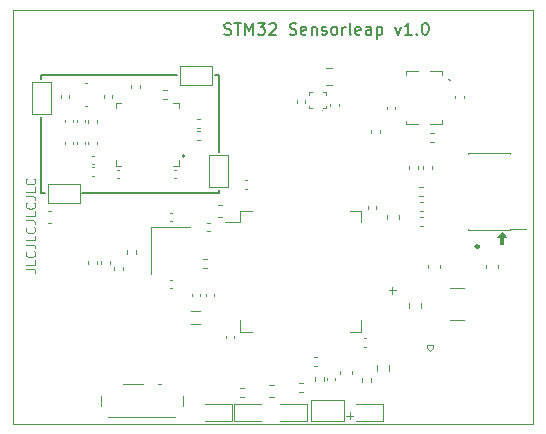
<source format=gbr>
%TF.GenerationSoftware,KiCad,Pcbnew,7.0.1*%
%TF.CreationDate,2024-02-15T14:19:22+01:00*%
%TF.ProjectId,stm32f405-sensorleap-v1,73746d33-3266-4343-9035-2d73656e736f,rev?*%
%TF.SameCoordinates,Original*%
%TF.FileFunction,Legend,Top*%
%TF.FilePolarity,Positive*%
%FSLAX46Y46*%
G04 Gerber Fmt 4.6, Leading zero omitted, Abs format (unit mm)*
G04 Created by KiCad (PCBNEW 7.0.1) date 2024-02-15 14:19:22*
%MOMM*%
%LPD*%
G01*
G04 APERTURE LIST*
%ADD10C,0.100000*%
%ADD11C,0.150000*%
%ADD12C,0.010000*%
%ADD13C,0.120000*%
%ADD14C,0.050000*%
%ADD15C,0.250000*%
G04 APERTURE END LIST*
D10*
X141763940Y-119173529D02*
X141463940Y-119173529D01*
X141463940Y-119773529D01*
X141263940Y-119773529D01*
X141263940Y-119173529D01*
X140963940Y-119173529D01*
X141363940Y-118773529D01*
X141763940Y-119173529D01*
G36*
X141763940Y-119173529D02*
G01*
X141463940Y-119173529D01*
X141463940Y-119773529D01*
X141263940Y-119773529D01*
X141263940Y-119173529D01*
X140963940Y-119173529D01*
X141363940Y-118773529D01*
X141763940Y-119173529D01*
G37*
D11*
X114495711Y-112327819D02*
G75*
G03*
X114495711Y-112327819I-70711J0D01*
G01*
X117400000Y-112003529D02*
X117400000Y-105503529D01*
D12*
X100000000Y-100000000D02*
X144000000Y-100000000D01*
X144000000Y-135000000D01*
X100000000Y-135000000D01*
X100000000Y-100000000D01*
D11*
X102400000Y-115503529D02*
X102700000Y-115503529D01*
X102400000Y-105503529D02*
X102400000Y-105803529D01*
X102400000Y-105503529D02*
X113900000Y-105503529D01*
X117400000Y-115503529D02*
X117400000Y-115203529D01*
X117400000Y-105503529D02*
X117100000Y-105503529D01*
X117400000Y-115503529D02*
X105800000Y-115503529D01*
X102400000Y-115473529D02*
X102400000Y-109003529D01*
D10*
X131809178Y-123701362D02*
X132418702Y-123701362D01*
X132113940Y-124006124D02*
X132113940Y-123396600D01*
X101084035Y-121912767D02*
X101655463Y-121912767D01*
X101655463Y-121912767D02*
X101769749Y-121950862D01*
X101769749Y-121950862D02*
X101845940Y-122027053D01*
X101845940Y-122027053D02*
X101884035Y-122141338D01*
X101884035Y-122141338D02*
X101884035Y-122217529D01*
X101884035Y-121150862D02*
X101884035Y-121531814D01*
X101884035Y-121531814D02*
X101084035Y-121531814D01*
X101807844Y-120427052D02*
X101845940Y-120465148D01*
X101845940Y-120465148D02*
X101884035Y-120579433D01*
X101884035Y-120579433D02*
X101884035Y-120655624D01*
X101884035Y-120655624D02*
X101845940Y-120769910D01*
X101845940Y-120769910D02*
X101769749Y-120846100D01*
X101769749Y-120846100D02*
X101693559Y-120884195D01*
X101693559Y-120884195D02*
X101541178Y-120922291D01*
X101541178Y-120922291D02*
X101426892Y-120922291D01*
X101426892Y-120922291D02*
X101274511Y-120884195D01*
X101274511Y-120884195D02*
X101198320Y-120846100D01*
X101198320Y-120846100D02*
X101122130Y-120769910D01*
X101122130Y-120769910D02*
X101084035Y-120655624D01*
X101084035Y-120655624D02*
X101084035Y-120579433D01*
X101084035Y-120579433D02*
X101122130Y-120465148D01*
X101122130Y-120465148D02*
X101160225Y-120427052D01*
X101084035Y-119855624D02*
X101655463Y-119855624D01*
X101655463Y-119855624D02*
X101769749Y-119893719D01*
X101769749Y-119893719D02*
X101845940Y-119969910D01*
X101845940Y-119969910D02*
X101884035Y-120084195D01*
X101884035Y-120084195D02*
X101884035Y-120160386D01*
X101884035Y-119093719D02*
X101884035Y-119474671D01*
X101884035Y-119474671D02*
X101084035Y-119474671D01*
X101807844Y-118369909D02*
X101845940Y-118408005D01*
X101845940Y-118408005D02*
X101884035Y-118522290D01*
X101884035Y-118522290D02*
X101884035Y-118598481D01*
X101884035Y-118598481D02*
X101845940Y-118712767D01*
X101845940Y-118712767D02*
X101769749Y-118788957D01*
X101769749Y-118788957D02*
X101693559Y-118827052D01*
X101693559Y-118827052D02*
X101541178Y-118865148D01*
X101541178Y-118865148D02*
X101426892Y-118865148D01*
X101426892Y-118865148D02*
X101274511Y-118827052D01*
X101274511Y-118827052D02*
X101198320Y-118788957D01*
X101198320Y-118788957D02*
X101122130Y-118712767D01*
X101122130Y-118712767D02*
X101084035Y-118598481D01*
X101084035Y-118598481D02*
X101084035Y-118522290D01*
X101084035Y-118522290D02*
X101122130Y-118408005D01*
X101122130Y-118408005D02*
X101160225Y-118369909D01*
X101084035Y-117798481D02*
X101655463Y-117798481D01*
X101655463Y-117798481D02*
X101769749Y-117836576D01*
X101769749Y-117836576D02*
X101845940Y-117912767D01*
X101845940Y-117912767D02*
X101884035Y-118027052D01*
X101884035Y-118027052D02*
X101884035Y-118103243D01*
X101884035Y-117036576D02*
X101884035Y-117417528D01*
X101884035Y-117417528D02*
X101084035Y-117417528D01*
X101807844Y-116312766D02*
X101845940Y-116350862D01*
X101845940Y-116350862D02*
X101884035Y-116465147D01*
X101884035Y-116465147D02*
X101884035Y-116541338D01*
X101884035Y-116541338D02*
X101845940Y-116655624D01*
X101845940Y-116655624D02*
X101769749Y-116731814D01*
X101769749Y-116731814D02*
X101693559Y-116769909D01*
X101693559Y-116769909D02*
X101541178Y-116808005D01*
X101541178Y-116808005D02*
X101426892Y-116808005D01*
X101426892Y-116808005D02*
X101274511Y-116769909D01*
X101274511Y-116769909D02*
X101198320Y-116731814D01*
X101198320Y-116731814D02*
X101122130Y-116655624D01*
X101122130Y-116655624D02*
X101084035Y-116541338D01*
X101084035Y-116541338D02*
X101084035Y-116465147D01*
X101084035Y-116465147D02*
X101122130Y-116350862D01*
X101122130Y-116350862D02*
X101160225Y-116312766D01*
X101084035Y-115741338D02*
X101655463Y-115741338D01*
X101655463Y-115741338D02*
X101769749Y-115779433D01*
X101769749Y-115779433D02*
X101845940Y-115855624D01*
X101845940Y-115855624D02*
X101884035Y-115969909D01*
X101884035Y-115969909D02*
X101884035Y-116046100D01*
X101884035Y-114979433D02*
X101884035Y-115360385D01*
X101884035Y-115360385D02*
X101084035Y-115360385D01*
X101807844Y-114255623D02*
X101845940Y-114293719D01*
X101845940Y-114293719D02*
X101884035Y-114408004D01*
X101884035Y-114408004D02*
X101884035Y-114484195D01*
X101884035Y-114484195D02*
X101845940Y-114598481D01*
X101845940Y-114598481D02*
X101769749Y-114674671D01*
X101769749Y-114674671D02*
X101693559Y-114712766D01*
X101693559Y-114712766D02*
X101541178Y-114750862D01*
X101541178Y-114750862D02*
X101426892Y-114750862D01*
X101426892Y-114750862D02*
X101274511Y-114712766D01*
X101274511Y-114712766D02*
X101198320Y-114674671D01*
X101198320Y-114674671D02*
X101122130Y-114598481D01*
X101122130Y-114598481D02*
X101084035Y-114484195D01*
X101084035Y-114484195D02*
X101084035Y-114408004D01*
X101084035Y-114408004D02*
X101122130Y-114293719D01*
X101122130Y-114293719D02*
X101160225Y-114255623D01*
D11*
X117890476Y-102030000D02*
X118033333Y-102077619D01*
X118033333Y-102077619D02*
X118271428Y-102077619D01*
X118271428Y-102077619D02*
X118366666Y-102030000D01*
X118366666Y-102030000D02*
X118414285Y-101982380D01*
X118414285Y-101982380D02*
X118461904Y-101887142D01*
X118461904Y-101887142D02*
X118461904Y-101791904D01*
X118461904Y-101791904D02*
X118414285Y-101696666D01*
X118414285Y-101696666D02*
X118366666Y-101649047D01*
X118366666Y-101649047D02*
X118271428Y-101601428D01*
X118271428Y-101601428D02*
X118080952Y-101553809D01*
X118080952Y-101553809D02*
X117985714Y-101506190D01*
X117985714Y-101506190D02*
X117938095Y-101458571D01*
X117938095Y-101458571D02*
X117890476Y-101363333D01*
X117890476Y-101363333D02*
X117890476Y-101268095D01*
X117890476Y-101268095D02*
X117938095Y-101172857D01*
X117938095Y-101172857D02*
X117985714Y-101125238D01*
X117985714Y-101125238D02*
X118080952Y-101077619D01*
X118080952Y-101077619D02*
X118319047Y-101077619D01*
X118319047Y-101077619D02*
X118461904Y-101125238D01*
X118747619Y-101077619D02*
X119319047Y-101077619D01*
X119033333Y-102077619D02*
X119033333Y-101077619D01*
X119652381Y-102077619D02*
X119652381Y-101077619D01*
X119652381Y-101077619D02*
X119985714Y-101791904D01*
X119985714Y-101791904D02*
X120319047Y-101077619D01*
X120319047Y-101077619D02*
X120319047Y-102077619D01*
X120700000Y-101077619D02*
X121319047Y-101077619D01*
X121319047Y-101077619D02*
X120985714Y-101458571D01*
X120985714Y-101458571D02*
X121128571Y-101458571D01*
X121128571Y-101458571D02*
X121223809Y-101506190D01*
X121223809Y-101506190D02*
X121271428Y-101553809D01*
X121271428Y-101553809D02*
X121319047Y-101649047D01*
X121319047Y-101649047D02*
X121319047Y-101887142D01*
X121319047Y-101887142D02*
X121271428Y-101982380D01*
X121271428Y-101982380D02*
X121223809Y-102030000D01*
X121223809Y-102030000D02*
X121128571Y-102077619D01*
X121128571Y-102077619D02*
X120842857Y-102077619D01*
X120842857Y-102077619D02*
X120747619Y-102030000D01*
X120747619Y-102030000D02*
X120700000Y-101982380D01*
X121700000Y-101172857D02*
X121747619Y-101125238D01*
X121747619Y-101125238D02*
X121842857Y-101077619D01*
X121842857Y-101077619D02*
X122080952Y-101077619D01*
X122080952Y-101077619D02*
X122176190Y-101125238D01*
X122176190Y-101125238D02*
X122223809Y-101172857D01*
X122223809Y-101172857D02*
X122271428Y-101268095D01*
X122271428Y-101268095D02*
X122271428Y-101363333D01*
X122271428Y-101363333D02*
X122223809Y-101506190D01*
X122223809Y-101506190D02*
X121652381Y-102077619D01*
X121652381Y-102077619D02*
X122271428Y-102077619D01*
X123414286Y-102030000D02*
X123557143Y-102077619D01*
X123557143Y-102077619D02*
X123795238Y-102077619D01*
X123795238Y-102077619D02*
X123890476Y-102030000D01*
X123890476Y-102030000D02*
X123938095Y-101982380D01*
X123938095Y-101982380D02*
X123985714Y-101887142D01*
X123985714Y-101887142D02*
X123985714Y-101791904D01*
X123985714Y-101791904D02*
X123938095Y-101696666D01*
X123938095Y-101696666D02*
X123890476Y-101649047D01*
X123890476Y-101649047D02*
X123795238Y-101601428D01*
X123795238Y-101601428D02*
X123604762Y-101553809D01*
X123604762Y-101553809D02*
X123509524Y-101506190D01*
X123509524Y-101506190D02*
X123461905Y-101458571D01*
X123461905Y-101458571D02*
X123414286Y-101363333D01*
X123414286Y-101363333D02*
X123414286Y-101268095D01*
X123414286Y-101268095D02*
X123461905Y-101172857D01*
X123461905Y-101172857D02*
X123509524Y-101125238D01*
X123509524Y-101125238D02*
X123604762Y-101077619D01*
X123604762Y-101077619D02*
X123842857Y-101077619D01*
X123842857Y-101077619D02*
X123985714Y-101125238D01*
X124795238Y-102030000D02*
X124700000Y-102077619D01*
X124700000Y-102077619D02*
X124509524Y-102077619D01*
X124509524Y-102077619D02*
X124414286Y-102030000D01*
X124414286Y-102030000D02*
X124366667Y-101934761D01*
X124366667Y-101934761D02*
X124366667Y-101553809D01*
X124366667Y-101553809D02*
X124414286Y-101458571D01*
X124414286Y-101458571D02*
X124509524Y-101410952D01*
X124509524Y-101410952D02*
X124700000Y-101410952D01*
X124700000Y-101410952D02*
X124795238Y-101458571D01*
X124795238Y-101458571D02*
X124842857Y-101553809D01*
X124842857Y-101553809D02*
X124842857Y-101649047D01*
X124842857Y-101649047D02*
X124366667Y-101744285D01*
X125271429Y-101410952D02*
X125271429Y-102077619D01*
X125271429Y-101506190D02*
X125319048Y-101458571D01*
X125319048Y-101458571D02*
X125414286Y-101410952D01*
X125414286Y-101410952D02*
X125557143Y-101410952D01*
X125557143Y-101410952D02*
X125652381Y-101458571D01*
X125652381Y-101458571D02*
X125700000Y-101553809D01*
X125700000Y-101553809D02*
X125700000Y-102077619D01*
X126128572Y-102030000D02*
X126223810Y-102077619D01*
X126223810Y-102077619D02*
X126414286Y-102077619D01*
X126414286Y-102077619D02*
X126509524Y-102030000D01*
X126509524Y-102030000D02*
X126557143Y-101934761D01*
X126557143Y-101934761D02*
X126557143Y-101887142D01*
X126557143Y-101887142D02*
X126509524Y-101791904D01*
X126509524Y-101791904D02*
X126414286Y-101744285D01*
X126414286Y-101744285D02*
X126271429Y-101744285D01*
X126271429Y-101744285D02*
X126176191Y-101696666D01*
X126176191Y-101696666D02*
X126128572Y-101601428D01*
X126128572Y-101601428D02*
X126128572Y-101553809D01*
X126128572Y-101553809D02*
X126176191Y-101458571D01*
X126176191Y-101458571D02*
X126271429Y-101410952D01*
X126271429Y-101410952D02*
X126414286Y-101410952D01*
X126414286Y-101410952D02*
X126509524Y-101458571D01*
X127128572Y-102077619D02*
X127033334Y-102030000D01*
X127033334Y-102030000D02*
X126985715Y-101982380D01*
X126985715Y-101982380D02*
X126938096Y-101887142D01*
X126938096Y-101887142D02*
X126938096Y-101601428D01*
X126938096Y-101601428D02*
X126985715Y-101506190D01*
X126985715Y-101506190D02*
X127033334Y-101458571D01*
X127033334Y-101458571D02*
X127128572Y-101410952D01*
X127128572Y-101410952D02*
X127271429Y-101410952D01*
X127271429Y-101410952D02*
X127366667Y-101458571D01*
X127366667Y-101458571D02*
X127414286Y-101506190D01*
X127414286Y-101506190D02*
X127461905Y-101601428D01*
X127461905Y-101601428D02*
X127461905Y-101887142D01*
X127461905Y-101887142D02*
X127414286Y-101982380D01*
X127414286Y-101982380D02*
X127366667Y-102030000D01*
X127366667Y-102030000D02*
X127271429Y-102077619D01*
X127271429Y-102077619D02*
X127128572Y-102077619D01*
X127890477Y-102077619D02*
X127890477Y-101410952D01*
X127890477Y-101601428D02*
X127938096Y-101506190D01*
X127938096Y-101506190D02*
X127985715Y-101458571D01*
X127985715Y-101458571D02*
X128080953Y-101410952D01*
X128080953Y-101410952D02*
X128176191Y-101410952D01*
X128652382Y-102077619D02*
X128557144Y-102030000D01*
X128557144Y-102030000D02*
X128509525Y-101934761D01*
X128509525Y-101934761D02*
X128509525Y-101077619D01*
X129414287Y-102030000D02*
X129319049Y-102077619D01*
X129319049Y-102077619D02*
X129128573Y-102077619D01*
X129128573Y-102077619D02*
X129033335Y-102030000D01*
X129033335Y-102030000D02*
X128985716Y-101934761D01*
X128985716Y-101934761D02*
X128985716Y-101553809D01*
X128985716Y-101553809D02*
X129033335Y-101458571D01*
X129033335Y-101458571D02*
X129128573Y-101410952D01*
X129128573Y-101410952D02*
X129319049Y-101410952D01*
X129319049Y-101410952D02*
X129414287Y-101458571D01*
X129414287Y-101458571D02*
X129461906Y-101553809D01*
X129461906Y-101553809D02*
X129461906Y-101649047D01*
X129461906Y-101649047D02*
X128985716Y-101744285D01*
X130319049Y-102077619D02*
X130319049Y-101553809D01*
X130319049Y-101553809D02*
X130271430Y-101458571D01*
X130271430Y-101458571D02*
X130176192Y-101410952D01*
X130176192Y-101410952D02*
X129985716Y-101410952D01*
X129985716Y-101410952D02*
X129890478Y-101458571D01*
X130319049Y-102030000D02*
X130223811Y-102077619D01*
X130223811Y-102077619D02*
X129985716Y-102077619D01*
X129985716Y-102077619D02*
X129890478Y-102030000D01*
X129890478Y-102030000D02*
X129842859Y-101934761D01*
X129842859Y-101934761D02*
X129842859Y-101839523D01*
X129842859Y-101839523D02*
X129890478Y-101744285D01*
X129890478Y-101744285D02*
X129985716Y-101696666D01*
X129985716Y-101696666D02*
X130223811Y-101696666D01*
X130223811Y-101696666D02*
X130319049Y-101649047D01*
X130795240Y-101410952D02*
X130795240Y-102410952D01*
X130795240Y-101458571D02*
X130890478Y-101410952D01*
X130890478Y-101410952D02*
X131080954Y-101410952D01*
X131080954Y-101410952D02*
X131176192Y-101458571D01*
X131176192Y-101458571D02*
X131223811Y-101506190D01*
X131223811Y-101506190D02*
X131271430Y-101601428D01*
X131271430Y-101601428D02*
X131271430Y-101887142D01*
X131271430Y-101887142D02*
X131223811Y-101982380D01*
X131223811Y-101982380D02*
X131176192Y-102030000D01*
X131176192Y-102030000D02*
X131080954Y-102077619D01*
X131080954Y-102077619D02*
X130890478Y-102077619D01*
X130890478Y-102077619D02*
X130795240Y-102030000D01*
X132366669Y-101410952D02*
X132604764Y-102077619D01*
X132604764Y-102077619D02*
X132842859Y-101410952D01*
X133747621Y-102077619D02*
X133176193Y-102077619D01*
X133461907Y-102077619D02*
X133461907Y-101077619D01*
X133461907Y-101077619D02*
X133366669Y-101220476D01*
X133366669Y-101220476D02*
X133271431Y-101315714D01*
X133271431Y-101315714D02*
X133176193Y-101363333D01*
X134176193Y-101982380D02*
X134223812Y-102030000D01*
X134223812Y-102030000D02*
X134176193Y-102077619D01*
X134176193Y-102077619D02*
X134128574Y-102030000D01*
X134128574Y-102030000D02*
X134176193Y-101982380D01*
X134176193Y-101982380D02*
X134176193Y-102077619D01*
X134842859Y-101077619D02*
X134938097Y-101077619D01*
X134938097Y-101077619D02*
X135033335Y-101125238D01*
X135033335Y-101125238D02*
X135080954Y-101172857D01*
X135080954Y-101172857D02*
X135128573Y-101268095D01*
X135128573Y-101268095D02*
X135176192Y-101458571D01*
X135176192Y-101458571D02*
X135176192Y-101696666D01*
X135176192Y-101696666D02*
X135128573Y-101887142D01*
X135128573Y-101887142D02*
X135080954Y-101982380D01*
X135080954Y-101982380D02*
X135033335Y-102030000D01*
X135033335Y-102030000D02*
X134938097Y-102077619D01*
X134938097Y-102077619D02*
X134842859Y-102077619D01*
X134842859Y-102077619D02*
X134747621Y-102030000D01*
X134747621Y-102030000D02*
X134700002Y-101982380D01*
X134700002Y-101982380D02*
X134652383Y-101887142D01*
X134652383Y-101887142D02*
X134604764Y-101696666D01*
X134604764Y-101696666D02*
X134604764Y-101458571D01*
X134604764Y-101458571D02*
X134652383Y-101268095D01*
X134652383Y-101268095D02*
X134700002Y-101172857D01*
X134700002Y-101172857D02*
X134747621Y-101125238D01*
X134747621Y-101125238D02*
X134842859Y-101077619D01*
D10*
%TO.C,D201*%
X128209178Y-134338862D02*
X128818702Y-134338862D01*
X128513940Y-134643624D02*
X128513940Y-134034100D01*
D13*
%TO.C,C200*%
X117654520Y-117483529D02*
X117373360Y-117483529D01*
X117654520Y-116463529D02*
X117373360Y-116463529D01*
%TO.C,C201*%
X116641776Y-118733529D02*
X116426104Y-118733529D01*
X116641776Y-118013529D02*
X116426104Y-118013529D01*
%TO.C,C202*%
X118001288Y-127776365D02*
X118001288Y-127560693D01*
X118721288Y-127776365D02*
X118721288Y-127560693D01*
%TO.C,C203*%
X129680780Y-127788529D02*
X129896452Y-127788529D01*
X129680780Y-128508529D02*
X129896452Y-128508529D01*
%TO.C,C204*%
X130043616Y-116821365D02*
X130043616Y-116605693D01*
X130763616Y-116821365D02*
X130763616Y-116605693D01*
%TO.C,C205*%
X119606104Y-114413529D02*
X119821776Y-114413529D01*
X119606104Y-115133529D02*
X119821776Y-115133529D01*
%TO.C,C206*%
X115143616Y-124206365D02*
X115143616Y-123990693D01*
X115863616Y-124206365D02*
X115863616Y-123990693D01*
%TO.C,C207*%
X116293616Y-124206365D02*
X116293616Y-123990693D01*
X117013616Y-124206365D02*
X117013616Y-123990693D01*
%TO.C,C208*%
X128710000Y-130532949D02*
X128710000Y-130814109D01*
X127690000Y-130532949D02*
X127690000Y-130814109D01*
%TO.C,C209*%
X131643616Y-117651609D02*
X131643616Y-117370449D01*
X132663616Y-117651609D02*
X132663616Y-117370449D01*
%TO.C,C210*%
X113245780Y-117138529D02*
X113461452Y-117138529D01*
X113245780Y-117858529D02*
X113461452Y-117858529D01*
%TO.C,C211*%
X113461452Y-123558529D02*
X113245780Y-123558529D01*
X113461452Y-122838529D02*
X113245780Y-122838529D01*
%TO.C,C212*%
X126540000Y-131336365D02*
X126540000Y-131120693D01*
X127260000Y-131336365D02*
X127260000Y-131120693D01*
%TO.C,C400*%
X133548940Y-113416365D02*
X133548940Y-113200693D01*
X134268940Y-113416365D02*
X134268940Y-113200693D01*
%TO.C,D102*%
X131298940Y-134808529D02*
X131298940Y-133338529D01*
X131298940Y-133338529D02*
X129013940Y-133338529D01*
X129013940Y-134808529D02*
X131298940Y-134808529D01*
%TO.C,D200*%
X124898940Y-134808529D02*
X124898940Y-133338529D01*
X124898940Y-133338529D02*
X122613940Y-133338529D01*
X122613940Y-134808529D02*
X124898940Y-134808529D01*
%TO.C,D201*%
X125213940Y-132973529D02*
X128013940Y-132973529D01*
X125213940Y-134773529D02*
X125213940Y-132973529D01*
X128013940Y-132973529D02*
X128013940Y-134773529D01*
X128013940Y-134773529D02*
X125213940Y-134773529D01*
%TO.C,FB200*%
X115837122Y-126608529D02*
X115037878Y-126608529D01*
X115837122Y-125488529D02*
X115037878Y-125488529D01*
%TO.C,R105*%
X130791440Y-130535787D02*
X130791440Y-130061271D01*
X131836440Y-130535787D02*
X131836440Y-130061271D01*
%TO.C,R200*%
X116422257Y-121828529D02*
X116114975Y-121828529D01*
X116422257Y-121068529D02*
X116114975Y-121068529D01*
%TO.C,R201*%
X119557581Y-132753529D02*
X119250299Y-132753529D01*
X119557581Y-131993529D02*
X119250299Y-131993529D01*
%TO.C,R202*%
X122126198Y-132746029D02*
X121651682Y-132746029D01*
X122126198Y-131701029D02*
X121651682Y-131701029D01*
%TO.C,R203*%
X125763641Y-130128529D02*
X125456359Y-130128529D01*
X125763641Y-129368529D02*
X125456359Y-129368529D01*
%TO.C,R204*%
X135615081Y-111174529D02*
X135307799Y-111174529D01*
X135615081Y-110414529D02*
X135307799Y-110414529D01*
%TO.C,R205*%
X131041440Y-110130888D02*
X131041440Y-110438170D01*
X130281440Y-110130888D02*
X130281440Y-110438170D01*
%TO.C,R206*%
X129533940Y-131437170D02*
X129533940Y-131129888D01*
X130293940Y-131437170D02*
X130293940Y-131129888D01*
%TO.C,R207*%
X124557581Y-132303529D02*
X124250299Y-132303529D01*
X124557581Y-131543529D02*
X124250299Y-131543529D01*
%TO.C,R208*%
X125533940Y-131392170D02*
X125533940Y-131084888D01*
X126293940Y-131392170D02*
X126293940Y-131084888D01*
%TO.C,R400*%
X134420299Y-117503529D02*
X134727581Y-117503529D01*
X134420299Y-118263529D02*
X134727581Y-118263529D01*
%TO.C,R401*%
X134420299Y-116203529D02*
X134727581Y-116203529D01*
X134420299Y-116963529D02*
X134727581Y-116963529D01*
%TO.C,R402*%
X134405299Y-114953529D02*
X134712581Y-114953529D01*
X134405299Y-115713529D02*
X134712581Y-115713529D01*
%TO.C,R403*%
X134728940Y-113462170D02*
X134728940Y-113154888D01*
X135488940Y-113462170D02*
X135488940Y-113154888D01*
%TO.C,SW200*%
X107450000Y-132683529D02*
X107450000Y-133473529D01*
X108050000Y-134483529D02*
X113750000Y-134483529D01*
X109300000Y-131633529D02*
X111000000Y-131633529D01*
X112300000Y-131633529D02*
X112500000Y-131633529D01*
X114350000Y-133473529D02*
X114350000Y-132683529D01*
%TO.C,U200*%
X119243616Y-116988529D02*
X119243616Y-117938529D01*
X119243616Y-117938529D02*
X117903616Y-117938529D01*
X119243616Y-127208529D02*
X119243616Y-126258529D01*
X120193616Y-116988529D02*
X119243616Y-116988529D01*
X120193616Y-127208529D02*
X119243616Y-127208529D01*
X128513616Y-116988529D02*
X129463616Y-116988529D01*
X128513616Y-127208529D02*
X129463616Y-127208529D01*
X129463616Y-116988529D02*
X129463616Y-117938529D01*
X129463616Y-127208529D02*
X129463616Y-126258529D01*
%TO.C,Y200*%
X115003616Y-118348529D02*
X111703616Y-118348529D01*
X111703616Y-118348529D02*
X111703616Y-122348529D01*
%TO.C,J401*%
X143398940Y-118503529D02*
X142073940Y-118503529D01*
X142073940Y-118568529D02*
X142073940Y-118503529D01*
X142073940Y-118568529D02*
X138543940Y-118568529D01*
X142073940Y-112163529D02*
X142073940Y-112098529D01*
X142073940Y-112098529D02*
X138543940Y-112098529D01*
X138543940Y-118568529D02*
X138543940Y-118503529D01*
X138543940Y-112163529D02*
X138543940Y-112098529D01*
D10*
%TO.C,J402*%
X135075000Y-128336029D02*
X135575000Y-128336029D01*
X135075000Y-128636029D02*
X135075000Y-128336029D01*
X135325000Y-128886029D02*
X135075000Y-128636029D01*
X135575000Y-128336029D02*
X135575000Y-128636029D01*
X135575000Y-128636029D02*
X135325000Y-128886029D01*
%TO.C,MP2*%
X101600000Y-108753529D02*
X101600000Y-106053529D01*
X103200000Y-108753529D02*
X101600000Y-108753529D01*
X101600000Y-106053529D02*
X103200000Y-106053529D01*
X103200000Y-106053529D02*
X103200000Y-108753529D01*
D13*
%TO.C,L1*%
X138216004Y-126258529D02*
X137011876Y-126258529D01*
X138216004Y-123538529D02*
X137011876Y-123538529D01*
D10*
%TO.C,U2*%
X136295440Y-105123529D02*
X136295440Y-105458529D01*
X135295440Y-105123529D02*
X136295440Y-105123529D01*
X134295440Y-105123529D02*
X134295440Y-105123529D01*
X133295440Y-105123529D02*
X134295440Y-105123529D01*
X133295440Y-105458529D02*
X133295440Y-105123529D01*
X136995440Y-105873529D02*
X136995440Y-105873529D01*
X136895440Y-105873529D02*
X136895440Y-105873529D01*
X136295440Y-109288529D02*
X136295440Y-109623529D01*
X133295440Y-109373529D02*
X133295440Y-109623529D01*
X136295440Y-109623529D02*
X135295440Y-109623529D01*
X133295440Y-109623529D02*
X134295440Y-109623529D01*
X136895440Y-105873529D02*
G75*
G03*
X136995440Y-105873529I50000J0D01*
G01*
X136995440Y-105873529D02*
G75*
G03*
X136895440Y-105873529I-50000J0D01*
G01*
D13*
%TO.C,R6*%
X115560299Y-110237529D02*
X115867581Y-110237529D01*
X115560299Y-110997529D02*
X115867581Y-110997529D01*
D10*
%TO.C,MP3*%
X118200000Y-112253529D02*
X118200000Y-114953529D01*
X116600000Y-112253529D02*
X118200000Y-112253529D01*
X118200000Y-114953529D02*
X116600000Y-114953529D01*
X116600000Y-114953529D02*
X116600000Y-112253529D01*
D13*
%TO.C,C4*%
X108792164Y-113513529D02*
X109007836Y-113513529D01*
X108792164Y-114233529D02*
X109007836Y-114233529D01*
%TO.C,C18*%
X124037500Y-107827365D02*
X124037500Y-107611693D01*
X124757500Y-107827365D02*
X124757500Y-107611693D01*
%TO.C,C10*%
X110720000Y-106365693D02*
X110720000Y-106581365D01*
X110000000Y-106365693D02*
X110000000Y-106581365D01*
%TO.C,R3*%
X110393940Y-120309888D02*
X110393940Y-120617170D01*
X109633940Y-120309888D02*
X109633940Y-120617170D01*
%TO.C,C7*%
X113817836Y-114233529D02*
X113602164Y-114233529D01*
X113817836Y-113513529D02*
X113602164Y-113513529D01*
%TO.C,C9*%
X108377499Y-107183893D02*
X108377499Y-107399565D01*
X107657499Y-107183893D02*
X107657499Y-107399565D01*
%TO.C,C8*%
X107094000Y-109295693D02*
X107094000Y-109511365D01*
X106374000Y-109295693D02*
X106374000Y-109511365D01*
%TO.C,C14*%
X104374000Y-111361365D02*
X104374000Y-111145693D01*
X105094000Y-111361365D02*
X105094000Y-111145693D01*
%TO.C,C5*%
X106867836Y-114003529D02*
X106652164Y-114003529D01*
X106867836Y-113283529D02*
X106652164Y-113283529D01*
%TO.C,C16*%
X132355440Y-108165693D02*
X132355440Y-108381365D01*
X131635440Y-108165693D02*
X131635440Y-108381365D01*
%TO.C,C15*%
X137435440Y-107461365D02*
X137435440Y-107245693D01*
X138155440Y-107461365D02*
X138155440Y-107245693D01*
%TO.C,C13*%
X105374000Y-111361365D02*
X105374000Y-111145693D01*
X106094000Y-111361365D02*
X106094000Y-111145693D01*
%TO.C,R7*%
X115560299Y-109187529D02*
X115867581Y-109187529D01*
X115560299Y-109947529D02*
X115867581Y-109947529D01*
%TO.C,C6*%
X106094000Y-109285693D02*
X106094000Y-109501365D01*
X105374000Y-109285693D02*
X105374000Y-109501365D01*
%TO.C,C302*%
X135153940Y-121864109D02*
X135153940Y-121582949D01*
X136173940Y-121864109D02*
X136173940Y-121582949D01*
D10*
%TO.C,MP1*%
X116850000Y-106303529D02*
X114150000Y-106303529D01*
X116850000Y-104703529D02*
X116850000Y-106303529D01*
X114150000Y-106303529D02*
X114150000Y-104703529D01*
X114150000Y-104703529D02*
X116850000Y-104703529D01*
D13*
%TO.C,C301*%
X140053940Y-121864109D02*
X140053940Y-121582949D01*
X141073940Y-121864109D02*
X141073940Y-121582949D01*
%TO.C,U1*%
X114016000Y-113167529D02*
X114016000Y-112717529D01*
X114016000Y-107867529D02*
X114016000Y-108317529D01*
X113566000Y-113167529D02*
X114016000Y-113167529D01*
X113566000Y-107867529D02*
X114016000Y-107867529D01*
X109166000Y-113167529D02*
X108716000Y-113167529D01*
X109166000Y-107867529D02*
X108716000Y-107867529D01*
X108716000Y-113167529D02*
X108716000Y-112717529D01*
X108716000Y-107867529D02*
X108716000Y-108317529D01*
%TO.C,R5*%
X113013641Y-107507529D02*
X112706359Y-107507529D01*
X113013641Y-106747529D02*
X112706359Y-106747529D01*
%TO.C,C2*%
X105094000Y-109285693D02*
X105094000Y-109501365D01*
X104374000Y-109285693D02*
X104374000Y-109501365D01*
%TO.C,X1*%
X106120342Y-108081429D02*
X106279658Y-108081429D01*
X106279658Y-106125629D02*
X106120342Y-106125629D01*
%TO.C,C3*%
X104017499Y-107399565D02*
X104017499Y-107183893D01*
X104737499Y-107399565D02*
X104737499Y-107183893D01*
D10*
%TO.C,MP4*%
X105650000Y-116303529D02*
X102950000Y-116303529D01*
X105650000Y-114703529D02*
X105650000Y-116303529D01*
X102950000Y-116303529D02*
X102950000Y-114703529D01*
X102950000Y-114703529D02*
X105650000Y-114703529D01*
D13*
%TO.C,D2*%
X118728940Y-133338529D02*
X118728940Y-134808529D01*
X118728940Y-134808529D02*
X121013940Y-134808529D01*
X121013940Y-133338529D02*
X118728940Y-133338529D01*
%TO.C,C12*%
X106374000Y-111361365D02*
X106374000Y-111145693D01*
X107094000Y-111361365D02*
X107094000Y-111145693D01*
D14*
%TO.C,U3*%
X125097500Y-108319529D02*
X125327500Y-108319529D01*
X125097500Y-108319529D02*
X125097500Y-108089529D01*
X126497500Y-108319529D02*
X126267500Y-108319529D01*
X126497500Y-108319529D02*
X126497500Y-108089529D01*
X125097500Y-106919529D02*
X125097500Y-107149529D01*
X125097500Y-106919529D02*
X125327500Y-106919529D01*
X126497500Y-106919529D02*
X126497500Y-107149529D01*
X126497500Y-106919529D02*
X126267500Y-106919529D01*
D10*
X126247500Y-108459529D02*
G75*
G03*
X126247500Y-108459529I-50000J0D01*
G01*
D13*
%TO.C,C19*%
X127557500Y-107911693D02*
X127557500Y-108127365D01*
X126837500Y-107911693D02*
X126837500Y-108127365D01*
%TO.C,R2*%
X109293940Y-121709888D02*
X109293940Y-122017170D01*
X108533940Y-121709888D02*
X108533940Y-122017170D01*
%TO.C,R301*%
X133491440Y-125235787D02*
X133491440Y-124761271D01*
X134536440Y-125235787D02*
X134536440Y-124761271D01*
%TO.C,C1*%
X103229520Y-118033529D02*
X102948360Y-118033529D01*
X103229520Y-117013529D02*
X102948360Y-117013529D01*
%TO.C,C20*%
X126486248Y-104884529D02*
X127008752Y-104884529D01*
X126486248Y-106354529D02*
X127008752Y-106354529D01*
%TO.C,R4*%
X107093940Y-121209888D02*
X107093940Y-121517170D01*
X106333940Y-121209888D02*
X106333940Y-121517170D01*
%TO.C,R1*%
X108193940Y-121209888D02*
X108193940Y-121517170D01*
X107433940Y-121209888D02*
X107433940Y-121517170D01*
%TO.C,D1*%
X118498940Y-134808529D02*
X118498940Y-133338529D01*
X118498940Y-133338529D02*
X116213940Y-133338529D01*
X116213940Y-134808529D02*
X118498940Y-134808529D01*
%TO.C,C11*%
X106867836Y-113033529D02*
X106652164Y-113033529D01*
X106867836Y-112313529D02*
X106652164Y-112313529D01*
D15*
%TO.C,U301*%
X139438940Y-119998529D02*
G75*
G03*
X139438940Y-119998529I-125000J0D01*
G01*
%TD*%
M02*

</source>
